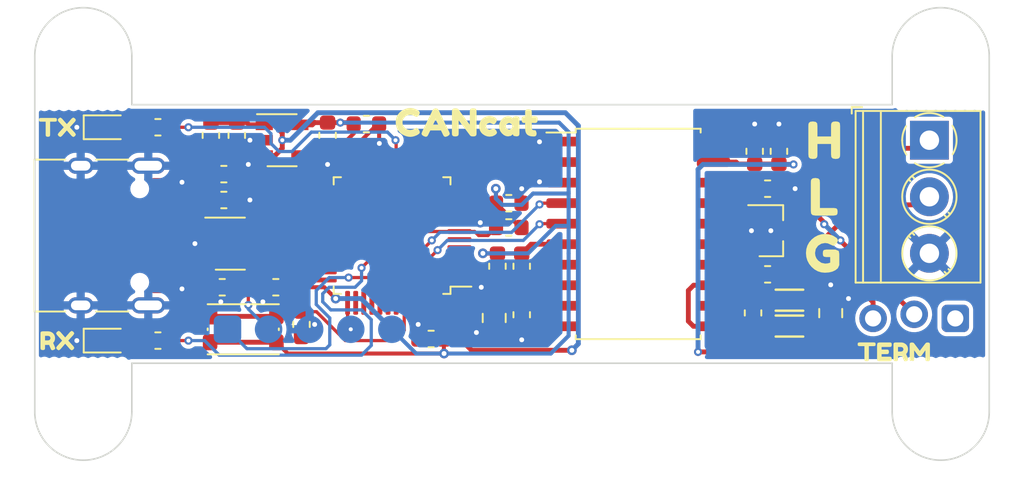
<source format=kicad_pcb>
(kicad_pcb (version 20210925) (generator pcbnew)
  (title_block (title "CANcat") (date "2021-04-17") (rev "0.1") (company "Josh Johnson"))
  (layers (0 "F.Cu" signal) (31 "B.Cu" signal) (34 "B.Paste" user) (35 "F.Paste" user) (36 "B.SilkS" user "B.Silkscreen") (37 "F.SilkS" user "F.Silkscreen") (38 "B.Mask" user) (39 "F.Mask" user) (44 "Edge.Cuts" user))
  (net 0 "")
  (net 1 "Net-(C1-Pad1)")
  (net 2 "GND")
  (net 3 "VBUS")
  (net 4 "+3V3")
  (net 5 "Net-(C11-Pad1)")
  (net 6 "GNDD")
  (net 7 "Net-(C10-Pad1)")
  (net 8 "Net-(C10-Pad2)")
  (net 9 "Net-(D1-Pad2)")
  (net 10 "Net-(D2-Pad2)")
  (net 11 "/CAN_H")
  (net 12 "/CAN_L")
  (net 13 "Net-(J1-PadA5)")
  (net 14 "Net-(J1-PadA6)")
  (net 15 "Net-(J1-PadA7)")
  (net 17 "Net-(J1-PadB5)")
  (net 19 "/nRST")
  (net 20 "/SWD_IO")
  (net 21 "/SWD_CLK")
  (net 22 "Net-(R3-Pad1)")
  (net 23 "/LED_TX")
  (net 24 "/LED_RX")
  (net 25 "/BOOT0")
  (net 27 "/USB_D+")
  (net 28 "/USB_D-")
  (net 29 "/CAN_RX")
  (net 30 "/CAN_TX")
  (net 63 "Net-(J3-Pad3)")
  (footprint "" (layer "F.Cu") (at 59.2 42)
    (fp_text reference "" hide)
    (fp_text value "")
  )
  (footprint "" (layer "F.Cu") (at 109.8 58)
    (fp_text reference "" hide)
    (fp_text value "")
  )
  (footprint "" (layer "F.Cu") (at 108.6 42)
    (fp_text reference "" hide)
    (fp_text value "")
  )
  (footprint "josh-connectors:3_PIN_THT_Staggered" (layer "F.Cu") (at 111.9 55.1 -90)
    (fp_text reference "J3" hide)
    (fp_text value "M20-9990346")
  )
  (footprint "MountingHole:MountingHole_3.2mm_M3" (layer "F.Cu") (at 58 39)
    (fp_text reference "H3" hide)
    (fp_text value "MountingHole")
  )
  (footprint "svg2mod" (layer "F.Cu") (at 103.7 51.2)
    (fp_text reference "svg2mod" hide)
    (fp_text value "G***" hide)
  )
  (footprint "" (layer "F.Cu") (at 56.8 58)
    (fp_text reference "" hide)
    (fp_text value "")
  )
  (footprint "" (layer "F.Cu") (at 112.2 42)
    (fp_text reference "" hide)
    (fp_text value "")
  )
  (footprint "" (layer "F.Cu") (at 109.2 42)
    (fp_text reference "" hide)
    (fp_text value "")
  )
  (footprint "" (layer "F.Cu") (at 60.4 42)
    (fp_text reference "" hide)
    (fp_text value "")
  )
  (footprint "Package_TO_SOT_SMD:SOT-23" (layer "F.Cu") (at 100.5 49.8)
    (fp_text reference "D3" hide)
    (fp_text value "ESDCAN24")
  )
  (footprint "svg2mod" (layer "F.Cu") (at 56.4 56.6)
    (fp_text reference "svg2mod" hide)
    (fp_text value "G***" hide)
  )
  (footprint "Package_TO_SOT_SMD:SOT-23-5" (layer "F.Cu") (at 70.2875 44.2)
    (fp_text reference "U1" hide)
    (fp_text value "AP2112K-3.3")
  )
  (footprint "Resistor_SMD:R_0603_1608Metric" (layer "F.Cu") (at 62.6125 56.6 180)
    (fp_text reference "R6" hide)
    (fp_text value "1K")
  )
  (footprint "" (layer "F.Cu") (at 57.4 42)
    (fp_text reference "" hide)
    (fp_text value "")
  )
  (footprint "LED_SMD:LED_0603_1608Metric" (layer "F.Cu") (at 59.5125 43.4)
    (fp_text reference "D1" hide)
    (fp_text value "LED")
  )
  (footprint "" (layer "F.Cu") (at 111.6 58)
    (fp_text reference "" hide)
    (fp_text value "")
  )
  (footprint "svg2mod" (layer "F.Cu") (at 56.4 43.4)
    (fp_text reference "svg2mod" hide)
    (fp_text value "G***" hide)
  )
  (footprint "svg2mod" (layer "F.Cu") (at 108.1 57.3)
    (fp_text reference "svg2mod" hide)
    (fp_text value "G***" hide)
  )
  (footprint "Capacitor_SMD:C_0603_1608Metric" (layer "F.Cu") (at 99.5 44.8875 90)
    (fp_text reference "C6" hide)
    (fp_text value "10n")
  )
  (footprint "" (layer "F.Cu") (at 56.2 58)
    (fp_text reference "" hide)
    (fp_text value "")
  )
  (footprint "MountingHole:MountingHole_3.2mm_M3" (layer "F.Cu") (at 58 61)
    (fp_text reference "H4" hide)
    (fp_text value "MountingHole")
  )
  (footprint "" (layer "F.Cu") (at 109.8 42)
    (fp_text reference "" hide)
    (fp_text value "")
  )
  (footprint "" (layer "F.Cu") (at 111.6 42)
    (fp_text reference "" hide)
    (fp_text value "")
  )
  (footprint "Capacitor_SMD:C_0603_1608Metric" (layer "F.Cu") (at 73.1 43.9 90)
    (fp_text reference "C3" hide)
    (fp_text value "1u")
  )
  (footprint "Capacitor_SMD:C_0603_1608Metric" (layer "F.Cu") (at 69.9 53.3 180)
    (fp_text reference "C15" hide)
    (fp_text value "100n")
  )
  (footprint "" (layer "F.Cu") (at 112.2 58)
    (fp_text reference "" hide)
    (fp_text value "")
  )
  (footprint "svg2mod" (layer "F.Cu") (at 103.8 44.2)
    (fp_text reference "svg2mod" hide)
    (fp_text value "G***" hide)
  )
  (footprint "" (layer "F.Cu") (at 59.8 42)
    (fp_text reference "" hide)
    (fp_text value "")
  )
  (footprint "" (layer "F.Cu") (at 56.2 42)
    (fp_text reference "" hide)
    (fp_text value "")
  )
  (footprint "" (layer "F.Cu") (at 111 58)
    (fp_text reference "" hide)
    (fp_text value "")
  )
  (footprint "" (layer "F.Cu") (at 59.8 58)
    (fp_text reference "" hide)
    (fp_text value "")
  )
  (footprint "" (layer "F.Cu") (at 58 58)
    (fp_text reference "" hide)
    (fp_text value "")
  )
  (footprint "" (layer "F.Cu") (at 58.6 58)
    (fp_text reference "" hide)
    (fp_text value "")
  )
  (footprint "Capacitor_SMD:C_0603_1608Metric" (layer "F.Cu") (at 99.4 54.8875 90)
    (fp_text reference "C10" hide)
    (fp_text value "100n")
  )
  (footprint "" (layer "F.Cu") (at 113.4 42)
    (fp_text reference "" hide)
    (fp_text value "")
  )
  (footprint "" (layer "F.Cu") (at 60.4 58)
    (fp_text reference "" hide)
    (fp_text value "")
  )
  (footprint "MountingHole:MountingHole_3.2mm_M3" (layer "F.Cu") (at 111 61)
    (fp_text reference "H2" hide)
    (fp_text value "MountingHole")
  )
  (footprint "" (layer "F.Cu") (at 110.4 42)
    (fp_text reference "" hide)
    (fp_text value "")
  )
  (footprint "Capacitor_SMD:C_0603_1608Metric" (layer "F.Cu") (at 101 44.8875 90)
    (fp_text reference "C7" hide)
    (fp_text value "100n")
  )
  (footprint "" (layer "F.Cu") (at 58 42)
    (fp_text reference "" hide)
    (fp_text value "")
  )
  (footprint "" (layer "F.Cu") (at 109.2 58)
    (fp_text reference "" hide)
    (fp_text value "")
  )
  (footprint "Package_TO_SOT_SMD:SOT-23-6" (layer "F.Cu") (at 67.0875 50.6)
    (fp_text reference "U2" hide)
    (fp_text value "USBLC6-2SC6")
  )
  (footprint "Resistor_SMD:R_0603_1608Metric" (layer "F.Cu") (at 71.4875 55.6 -90)
    (fp_text reference "R7" hide)
    (fp_text value "5K1")
  )
  (footprint "LED_SMD:LED_0603_1608Metric" (layer "F.Cu") (at 59.5125 56.6)
    (fp_text reference "D2" hide)
    (fp_text value "LED")
  )
  (footprint "Resistor_SMD:R_0603_1608Metric" (layer "F.Cu") (at 66.6875 47.9 180)
    (fp_text reference "R1" hide)
    (fp_text value "5K1")
  )
  (footprint "" (layer "F.Cu") (at 111 42)
    (fp_text reference "" hide)
    (fp_text value "")
  )
  (footprint "Capacitor_SMD:C_0603_1608Metric" (layer "F.Cu") (at 83.6 52 -90)
    (fp_text reference "C8" hide)
    (fp_text value "1u")
  )
  (footprint "Resistor_SMD:R_0603_1608Metric" (layer "F.Cu") (at 100.3 47.2)
    (fp_text reference "R3" hide)
    (fp_text value "0")
  )
  (footprint "" (layer "F.Cu") (at 55.6 58)
    (fp_text reference "" hide)
    (fp_text value "")
  )
  (footprint "Package_QFP:LQFP-48_7x7mm_P0.5mm" (layer "F.Cu") (at 77.0875 50.1 180)
    (fp_text reference "U4" hide)
    (fp_text value "STM32F072C8Tx")
  )
  (footprint "" (layer "F.Cu") (at 113.4 58)
    (fp_text reference "" hide)
    (fp_text value "")
  )
  (footprint "Capacitor_SMD:C_0603_1608Metric" (layer "F.Cu") (at 67.4875 43.9 90)
    (fp_text reference "C2" hide)
    (fp_text value "1u")
  )
  (footprint "Resistor_SMD:R_0603_1608Metric" (layer "F.Cu") (at 66.5875 53.3 180)
    (fp_text reference "R2" hide)
    (fp_text value "5K1")
  )
  (footprint "" (layer "F.Cu") (at 112.8 58)
    (fp_text reference "" hide)
    (fp_text value "")
  )
  (footprint "" (layer "F.Cu") (at 56.8 42)
    (fp_text reference "" hide)
    (fp_text value "")
  )
  (footprint "Package_SO:SOIC-20W_7.5x12.8mm_P1.27mm" (layer "F.Cu") (at 92.3 50)
    (fp_text reference "U3" hide)
    (fp_text value "ADM3053")
  )
  (footprint "Resistor_SMD:R_0603_1608Metric" (layer "F.Cu") (at 100.3 52.5)
    (fp_text reference "R8" hide)
    (fp_text value "120")
  )
  (footprint "" (layer "F.Cu") (at 108.6 58)
    (fp_text reference "" hide)
    (fp_text value "")
  )
  (footprint "Capacitor_SMD:C_0603_1608Metric" (layer "F.Cu") (at 75.5 43.2)
    (fp_text reference "C13" hide)
    (fp_text value "100n")
  )
  (footprint "" (layer "F.Cu") (at 55.6 42)
    (fp_text reference "" hide)
    (fp_text value "")
  )
  (footprint "Capacitor_SMD:C_0805_2012Metric" (layer "F.Cu") (at 83.4 55.2 -90)
    (fp_text reference "C4" hide)
    (fp_text value "10u")
  )
  (footprint "" (layer "F.Cu") (at 59.2 58)
    (fp_text reference "" hide)
    (fp_text value "")
  )
  (footprint "Resistor_SMD:R_0603_1608Metric" (layer "F.Cu") (at 62.6125 43.4 180)
    (fp_text reference "R5" hide)
    (fp_text value "1K")
  )
  (footprint "josh-connectors:USB_C_Receptacle_HRO_TYPE-C-31-M-12" (layer "F.Cu") (at 58.8875 50.1 -90)
    (fp_text reference "J1" hide)
    (fp_text value "USB_C_Receptacle_USB2.0")
  )
  (footprint "Resistor_SMD:R_0603_1608Metric" (layer "F.Cu") (at 84.3 49.6 180)
    (fp_text reference "R4" hide)
    (fp_text value "5K1")
  )
  (footprint "josh-connectors:TerminalBlock_393570003_1x03_P3.50mm_Horizontal" (layer "F.Cu") (at 110.3 44.2 -90)
    (fp_text reference "J2" hide)
    (fp_text value "0393570003")
  )
  (footprint "Capacitor_SMD:C_0603_1608Metric" (layer "F.Cu") (at 79.5 56.5 180)
    (fp_text reference "C12" hide)
    (fp_text value "100n")
  )
  (footprint "Capacitor_SMD:C_0603_1608Metric" (layer "F.Cu") (at 66.6875 46.3)
    (fp_text reference "C1" hide)
    (fp_text value "1u")
  )
  (footprint "Capacitor_SMD:C_0805_2012Metric" (layer "F.Cu") (at 104.2 54.9 90)
    (fp_text reference "C11" hide)
    (fp_text value "10u")
  )
  (footprint "Capacitor_SMD:C_0603_1608Metric" (layer "F.Cu") (at 84.3 48.1)
    (fp_text reference "C14" hide)
    (fp_text value "100n")
  )
  (footprint "josh-passives-smt:Fuse_0603_1608Metric" (layer "F.Cu") (at 65.8875 43.9 90)
    (fp_text reference "F1" hide)
    (fp_text value "500mA")
  )
  (footprint "" (layer "F.Cu") (at 58.6 42)
    (fp_text reference "" hide)
    (fp_text value "")
  )
  (footprint "" (layer "F.Cu") (at 57.4 58)
    (fp_text reference "" hide)
    (fp_text value "")
  )
  (footprint "Capacitor_SMD:C_0603_1608Metric" (layer "F.Cu") (at 85.1 55 -90)
    (fp_text reference "C5" hide)
    (fp_text value "100n")
  )
  (footprint "josh-passives-smt:Ferrite_Bead_0603" (layer "F.Cu") (at 101.7 55.7)
    (fp_text reference "FB1" hide)
    (fp_text value "600R" hide)
  )
  (footprint "svg2mod" (layer "F.Cu") (at 103.8 47.7)
    (fp_text reference "svg2mod" hide)
    (fp_text value "G***" hide)
  )
  (footprint "" (layer "F.Cu") (at 110.4 58)
    (fp_text reference "" hide)
    (fp_text value "")
  )
  (footprint "svg2mod" (layer "F.Cu") (at 81.7 43.1)
    (fp_text reference "svg2mod" hide)
    (fp_text value "G***" hide)
  )
  (footprint "MountingHole:MountingHole_3.2mm_M3" (layer "F.Cu") (at 111 39)
    (fp_text reference "H1" hide)
    (fp_text value "MountingHole")
  )
  (footprint "josh-passives-smt:Ferrite_Bead_0603" (layer "F.Cu") (at 101.7 54.1)
    (fp_text reference "FB2" hide)
    (fp_text value "600R" hide)
  )
  (footprint "Capacitor_SMD:C_0603_1608Metric" (layer "F.Cu") (at 85.1 52 -90)
    (fp_text reference "C9" hide)
    (fp_text value "100n")
  )
  (footprint "" (layer "F.Cu") (at 112.8 42)
    (fp_text reference "" hide)
    (fp_text value "")
  )
  (footprint "josh-buttons-switches:SW_Push_KMR2" (layer "F.Cu") (at 67.8875 55.9 180)
    (fp_text reference "SW1" hide)
    (fp_text value "KMR2")
  )
  (footprint "josh-connectors:5_PIN_SMD_PROG" (layer "B.Cu") (at 66.9125 55.9 -90)
    (fp_text reference "J4" hide)
    (fp_text value "SWD")
  )
  (gr_arc (start 58 61) (end 55 61) (angle -180) (layer "Edge.Cuts") (width 0.1))
  (gr_line (start 61 61) (end 61 58) (layer "Edge.Cuts") (width 0.1))
  (gr_line (start 55 61) (end 55 39) (layer "Edge.Cuts") (width 0.1))
  (gr_line (start 61 42) (end 61 39) (layer "Edge.Cuts") (width 0.1))
  (gr_line (start 108 58) (end 61 58) (layer "Edge.Cuts") (width 0.1))
  (gr_line (start 61 42) (end 108 42) (layer "Edge.Cuts") (width 0.1))
  (gr_arc (start 111 61) (end 108 61) (angle -180) (layer "Edge.Cuts") (width 0.1))
  (gr_line (start 108 39) (end 108 42) (layer "Edge.Cuts") (width 0.1))
  (gr_arc (start 58 39) (end 61 39) (angle -180) (layer "Edge.Cuts") (width 0.1))
  (gr_line (start 108 58) (end 108 61) (layer "Edge.Cuts") (width 0.1))
  (gr_line (start 114 39) (end 114 61) (layer "Edge.Cuts") (width 0.1))
  (gr_arc (start 111 39) (end 114 39) (angle -180) (layer "Edge.Cuts") (width 0.1))
  (segment (start 61.2 48.74669) (end 61.2 51.45331) (width 0.3) (layer "F.Cu") (net 1))
  (segment (start 67.3575 50.6) (end 67.1 50.3425) (width 0.3) (layer "F.Cu") (net 1))
  (segment (start 62.29669 47.65) (end 61.2 48.74669) (width 0.3) (layer "F.Cu") (net 1))
  (segment (start 62.9325 47.65) (end 62.29669 47.65) (width 0.3) (layer "F.Cu") (net 1))
  (segment (start 66.68798 47.08798) (end 65.9 46.3) (width 0.3) (layer "F.Cu") (net 1))
  (segment (start 62.29669 52.55) (end 62.9325 52.55) (width 0.3) (layer "F.Cu") (net 1))
  (segment (start 67.1 50.3425) (end 67.1 48.809716) (width 0.3) (layer "F.Cu") (net 1))
  (segment (start 61.2 51.45331) (end 62.29669 52.55) (width 0.3) (layer "F.Cu") (net 1))
  (segment (start 64.55 47.65) (end 65.9 46.3) (width 0.3) (layer "F.Cu") (net 1))
  (segment (start 66.68798 48.397696) (end 66.68798 47.08798) (width 0.3) (layer "F.Cu") (net 1))
  (segment (start 68.1875 50.6) (end 67.3575 50.6) (width 0.3) (layer "F.Cu") (net 1))
  (segment (start 65.9 44.7) (end 65.8875 44.6875) (width 0.3) (layer "F.Cu") (net 1))
  (segment (start 67.1 48.809716) (end 66.68798 48.397696) (width 0.3) (layer "F.Cu") (net 1))
  (segment (start 62.9325 47.65) (end 64.55 47.65) (width 0.3) (layer "F.Cu") (net 1))
  (segment (start 65.9 46.3) (end 65.9 44.7) (width 0.3) (layer "F.Cu") (net 1))
  (segment (start 62.9325 53.35) (end 64.05 53.35) (width 0.3) (layer "F.Cu") (net 2))
  (segment (start 85.9825 51.905) (end 85.1 52.7875) (width 0.3) (layer "F.Cu") (net 2))
  (segment (start 64.05 53.35) (end 64.1 53.4) (width 0.3) (layer "F.Cu") (net 2))
  (segment (start 71.5125 56.3875) (end 72.3 55.6) (width 0.25) (layer "F.Cu") (net 2))
  (segment (start 69.1875 44.2) (end 68.3 44.2) (width 0.3) (layer "F.Cu") (net 2))
  (segment (start 85.1 52.7875) (end 83.6 52.7875) (width 0.3) (layer "F.Cu") (net 2))
  (segment (start 62.9325 46.85) (end 64.05 46.85) (width 0.3) (layer "F.Cu") (net 2))
  (segment (start 81.25 49.35) (end 82.489472 49.35) (width 0.25) (layer "F.Cu") (net 2))
  (segment (start 67.6 46.3) (end 68.2 45.7) (width 0.3) (layer "F.Cu") (net 2))
  (segment (start 76.2875 43.2) (end 76.2 43.2) (width 0.25) (layer "F.Cu") (net 2))
  (segment (start 83.0875 53.3) (end 82.6 53.3) (width 0.3) (layer "F.Cu") (net 2))
  (segment (start 67.475 47.9) (end 68.3 47.9) (width 0.25) (layer "F.Cu") (net 2))
  (segment (start 83.4 56.1375) (end 84.1625 56.1375) (width 0.3) (layer "F.Cu") (net 2))
  (segment (start 72.925 52.35) (end 70.05 52.35) (width 0.25) (layer "F.Cu") (net 2))
  (segment (start 67.375 53.3) (end 67.375 53.325) (width 0.3) (layer "F.Cu") (net 2))
  (segment (start 87.65 44.285) (end 86.215 44.285) (width 0.3) (layer "F.Cu") (net 2))
  (segment (start 65.9875 50.6) (end 64.9 50.6) (width 0.3) (layer "F.Cu") (net 2))
  (segment (start 58.725 43.4) (end 57.6 43.4) (width 0.3) (layer "F.Cu") (net 2))
  (segment (start 78.7125 55.6125) (end 78.7 55.6) (width 0.3) (layer "F.Cu") (net 2))
  (segment (start 74.8375 44.5625) (end 74.8375 45.9375) (width 0.25) (layer "F.Cu") (net 2))
  (segment (start 79.3375 54.2625) (end 79.3375 55.875) (width 0.25) (layer "F.Cu") (net 2))
  (segment (start 87.65 55.715) (end 86.085 55.715) (width 0.3) (layer "F.Cu") (net 2))
  (segment (start 76.2875 43.2) (end 76.2875 44.3875) (width 0.25) (layer "F.Cu") (net 2))
  (segment (start 82.489472 49.35) (end 82.538972 49.3005) (width 0.25) (layer "F.Cu") (net 2))
  (segment (start 85.0875 47.2125) (end 85.1 47.2) (width 0.25) (layer "F.Cu") (net 2))
  (segment (start 83.6 52.7875) (end 83.0875 53.3) (width 0.3) (layer "F.Cu") (net 2))
  (segment (start 67.4875 44.6875) (end 67.975 44.2) (width 0.3) (layer "F.Cu") (net 2))
  (segment (start 58.725 56.6) (end 57.6 56.6) (width 0.3) (layer "F.Cu") (net 2))
  (segment (start 76.2875 44.3875) (end 76.3 44.4) (width 0.25) (layer "F.Cu") (net 2))
  (segment (start 73.1 44.6875) (end 73.1 45.7) (width 0.3) (layer "F.Cu") (net 2))
  (segment (start 67.375 53.325) (end 66.5 54.2) (width 0.3) (layer "F.Cu") (net 2))
  (segment (start 86.215 44.285) (end 86.2 44.3) (width 0.3) (layer "F.Cu") (net 2))
  (segment (start 79.3375 55.875) (end 78.7125 56.5) (width 0.25) (layer "F.Cu") (net 2))
  (segment (start 84.5125 55.7875) (end 85.1 55.7875) (width 0.3) (layer "F.Cu") (net 2))
  (segment (start 85.1 55.7875) (end 85.1 56.5505) (width 0.3) (layer "F.Cu") (net 2))
  (segment (start 69.1125 54.1875) (end 69.1 54.2) (width 0.25) (layer "F.Cu") (net 2))
  (segment (start 87.65 46.825) (end 86.2495 46.825) (width 0.3) (layer "F.Cu") (net 2))
  (segment (start 82.3375 56.1375) (end 82.3 56.1) (width 0.3) (layer "F.Cu") (net 2))
  (segment (start 86.2495 46.825) (end 86.2 46.7755) (width 0.3) (layer "F.Cu") (net 2))
  (segment (start 69.1125 53.3) (end 69.1125 54.1875) (width 0.25) (layer "F.Cu") (net 2))
  (segment (start 67.475 46.3) (end 67.6 46.3) (width 0.3) (layer "F.Cu") (net 2))
  (segment (start 84.1625 56.1375) (end 84.5125 55.7875) (width 0.3) (layer "F.Cu") (net 2))
  (segment (start 76.2 43.2) (end 74.8375 44.5625) (width 0.25) (layer "F.Cu") (net 2))
  (segment (start 69.1125 53.2875) (end 70.05 52.35) (width 0.25) (layer "F.Cu") (net 2))
  (segment (start 78.7125 56.5) (end 78.7125 55.6125) (width 0.3) (layer "F.Cu") (net 2))
  (segment (start 87.65 54.445) (end 86.455 54.445) (width 0.3) (layer "F.Cu") (net 2))
  (segment (start 86.085 55.715) (end 85.1725 55.715) (width 0.3) (layer "F.Cu") (net 2))
  (segment (start 64.05 46.85) (end 64.1 46.8) (width 0.3) (layer "F.Cu") (net 2))
  (segment (start 86.085 54.815) (end 86.085 55.715) (width 0.3) (layer "F.Cu") (net 2))
  (segment (start 71.4875 56.3875) (end 71.505 56.3875) (width 0.3) (layer "F.Cu") (net 2))
  (segment (start 85.0875 48.1) (end 85.0875 47.2125) (width 0.25) (layer "F.Cu") (net 2))
  (segment (start 67.975 44.2) (end 68.3 44.2) (width 0.3) (layer "F.Cu") (net 2))
  (segment (start 86.455 54.445) (end 86.085 54.815) (width 0.3) (layer "F.Cu") (net 2))
  (segment (start 83.4 56.1375) (end 82.3375 56.1375) (width 0.3) (layer "F.Cu") (net 2))
  (segment (start 71.4875 56.3875) (end 71.5125 56.3875) (width 0.25) (layer "F.Cu") (net 2))
  (segment (start 87.65 51.905) (end 85.9825 51.905) (width 0.3) (layer "F.Cu") (net 2))
  (via (at 64.1 53.4) (size 0.6) (drill 0.3) (layers "F.Cu" "B.Cu") (net 2))
  (via (at 64.9 50.6) (size 0.6) (drill 0.3) (layers "F.Cu" "B.Cu") (net 2))
  (via (at 86.2 44.3) (size 0.6) (drill 0.3) (layers "F.Cu" "B.Cu") (net 2))
  (via (at 85.1 56.5505) (size 0.6) (drill 0.3) (layers "F.Cu" "B.Cu") (net 2))
  (via (at 82.3 56.1) (size 0.6) (drill 0.3) (layers "F.Cu" "B.Cu") (net 2))
  (via (at 57.6 43.4) (size 0.6) (drill 0.3) (layers "F.Cu" "B.Cu") (net 2))
  (via (at 76.3 44.4) (size 0.6) (drill 0.3) (layers "F.Cu" "B.Cu") (net 2))
  (via (at 78.7 55.6) (size 0.6) (drill 0.3) (layers "F.Cu" "B.Cu") (net 2))
  (via (at 82.6 53.3) (size 0.6) (drill 0.3) (layers "F.Cu" "B.Cu") (net 2))
  (via (at 57.6 56.6) (size 0.6) (drill 0.3) (layers "F.Cu" "B.Cu") (net 2))
  (via (at 68.3 44.2) (size 0.6) (drill 0.3) (layers "F.Cu" "B.Cu") (net 2))
  (via (at 64.1 46.8) (size 0.6) (drill 0.3) (layers "F.Cu" "B.Cu") (net 2))
  (via (at 86.2 46.7755) (size 0.6) (drill 0.3) (layers "F.Cu" "B.Cu") (net 2))
  (via (at 73.1 45.7) (size 0.6) (drill 0.3) (layers "F.Cu" "B.Cu") (net 2))
  (via (at 68.2 45.7) (size 0.6) (drill 0.3) (layers "F.Cu" "B.Cu") (net 2))
  (via (at 85.1 47.2) (size 0.6) (drill 0.3) (layers "F.Cu" "B.Cu") (net 2))
  (via (at 72.3 55.6) (size 0.6) (drill 0.3) (layers "F.Cu" "B.Cu") (net 2))
  (via (at 68.3 47.9) (size 0.6) (drill 0.3) (layers "F.Cu" "B.Cu") (net 2))
  (via (at 82.538972 49.3005) (size 0.6) (drill 0.3) (layers "F.Cu" "B.Cu") (net 2))
  (via (at 69.1 54.2) (size 0.6) (drill 0.3) (layers "F.Cu" "B.Cu") (net 2))
  (via (at 66.5 54.2) (size 0.6) (drill 0.3) (layers "F.Cu" "B.Cu") (net 2))
  (segment (start 81.6 55.1) (end 81.6 56.8) (width 0.3) (layer "F.Cu") (net 3))
  (segment (start 82 57.2) (end 88.2 57.2) (width 0.3) (layer "F.Cu") (net 3))
  (segment (start 69.85 45.15) (end 70.3 44.7) (width 0.3) (layer "F.Cu") (net 3))
  (segment (start 68.1125 43.1125) (end 67.4875 43.1125) (width 0.3) (layer "F.Cu") (net 3))
  (segment (start 86.325 53.175) (end 87.65 53.175) (width 0.3) (layer "F.Cu") (net 3))
  (segment (start 70.3 43.758478) (end 69.791522 43.25) (width 0.3) (layer "F.Cu") (net 3))
  (segment (start 65.8875 43.1125) (end 67.4875 43.1125) (width 0.3) (layer "F.Cu") (net 3))
  (segment (start 83.4 54.2625) (end 82.4375 54.2625) (width 0.3) (layer "F.Cu") (net 3))
  (segment (start 69.791522 43.25) (end 69.1875 43.25) (width 0.3) (layer "F.Cu") (net 3))
  (segment (start 70.3 44.7) (end 70.3 44.2) (width 0.3) (layer "F.Cu") (net 3))
  (segment (start 69.1875 45.15) (end 69.85 45.15) (width 0.3) (layer "F.Cu") (net 3))
  (segment (start 81.6 56.8) (end 82 57.2) (width 0.3) (layer "F.Cu") (net 3))
  (segment (start 68.25 43.25) (end 68.1125 43.1125) (width 0.3) (layer "F.Cu") (net 3))
  (segment (start 82.4375 54.2625) (end 81.6 55.1) (width 0.3) (layer "F.Cu") (net 3))
  (segment (start 70.3 44.2) (end 70.3 43.758478) (width 0.3) (layer "F.Cu") (net 3))
  (segment (start 85.2875 54.2125) (end 86.325 53.175) (width 0.3) (layer "F.Cu") (net 3))
  (segment (start 69.1875 43.25) (end 68.25 43.25) (width 0.3) (layer "F.Cu") (net 3))
  (segment (start 85.1 54.2125) (end 83.45 54.2125) (width 0.3) (layer "F.Cu") (net 3))
  (via (at 70.3 44.2) (size 0.5) (drill 0.25) (layers "F.Cu" "B.Cu") (net 3))
  (via (at 88.2 57.2) (size 0.6) (drill 0.3) (layers "F.Cu" "B.Cu") (net 3))
  (segment (start 72.5 42.5) (end 87.8 42.5) (width 0.3) (layer "B.Cu") (net 3))
  (segment (start 70.3 44.2) (end 70.8 44.2) (width 0.3) (layer "B.Cu") (net 3))
  (segment (start 88.6 56.8) (end 88.2 57.2) (width 0.3) (layer "B.Cu") (net 3))
  (segment (start 87.8 42.5) (end 88.6 43.3) (width 0.3) (layer "B.Cu") (net 3))
  (segment (start 88.6 43.3) (end 88.6 56.8) (width 0.3) (layer "B.Cu") (net 3))
  (segment (start 70.8 44.2) (end 72.5 42.5) (width 0.3) (layer "B.Cu") (net 3))
  (segment (start 79.8375 54.2625) (end 79.8375 56.05) (width 0.25) (layer "F.Cu") (net 4))
  (segment (start 72.3 43.1) (end 72.3125 43.1125) (width 0.3) (layer "F.Cu") (net 4))
  (segment (start 72.925 52.85) (end 71.1375 52.85) (width 0.25) (layer "F.Cu") (net 4))
  (segment (start 69.9375 56.7) (end 70.6375 57.4) (width 0.25) (layer "F.Cu") (net 4))
  (segment (start 83.5125 48.1) (end 83.5125 47.2125) (width 0.25) (layer "F.Cu") (net 4))
  (segment (start 65.8375 56.7) (end 69.9375 56.7) (width 0.3) (layer "F.Cu") (net 4))
  (segment (start 73.8875 43.1125) (end 74.625 43.1125) (width 0.3) (layer "F.Cu") (net 4))
  (segment (start 79.8375 56.05) (end 80.2875 56.5) (width 0.25) (layer "F.Cu") (net 4))
  (segment (start 82.106293 48.85) (end 82.856293 48.1) (width 0.25) (layer "F.Cu") (net 4))
  (segment (start 83.6 51.2125) (end 82.7125 51.2125) (width 0.25) (layer "F.Cu") (net 4))
  (segment (start 74.3375 44.1625) (end 74.7125 43.7875) (width 0.25) (layer "F.Cu") (net 4))
  (segment (start 85.0125 49.6) (end 83.5125 48.1) (width 0.25) (layer "F.Cu") (net 4))
  (segment (start 73.1 43.1125) (end 73.8875 43.1125) (width 0.3) (layer "F.Cu") (net 4))
  (segment (start 85.0875 49.6) (end 85.0125 49.6) (width 0.25) (layer "F.Cu") (net 4))
  (segment (start 83.6 51.416821) (end 83.6 51.2125) (width 0.25) (layer "F.Cu") (net 4))
  (segment (start 82.856293 48.1) (end 83.5125 48.1) (width 0.25) (layer "F.Cu") (net 4))
  (segment (start 71.3875 43.25) (end 72.15 43.25) (width 0.3) (layer "F.Cu") (net 4))
  (segment (start 85.6775 50.635) (end 85.1 51.2125) (width 0.3) (layer "F.Cu") (net 4))
  (segment (start 83.5125 47.2125) (end 83.5 47.2) (width 0.25) (layer "F.Cu") (net 4))
  (segment (start 74.3375 45.9375) (end 74.3375 44.1625) (width 0.25) (layer "F.Cu") (net 4))
  (segment (start 81.25 52.85) (end 82.166821 52.85) (width 0.25) (layer "F.Cu") (net 4))
  (segment (start 72.9 53.3) (end 73.6 54) (width 0.25) (layer "F.Cu") (net 4))
  (segment (start 72.3125 43.1125) (end 73.1 43.1125) (width 0.3) (layer "F.Cu") (net 4))
  (segment (start 80.2875 56.5) (end 80.2875 57.3875) (width 0.25) (layer "F.Cu") (net 4))
  (segment (start 82.166821 52.85) (end 83.6 51.416821) (width 0.25) (layer "F.Cu") (net 4))
  (segment (start 81.25 48.85) (end 82.106293 48.85) (width 0.25) (layer "F.Cu") (net 4))
  (segment (start 80.2875 57.3875) (end 80.3 57.4) (width 0.25) (layer "F.Cu") (net 4))
  (segment (start 70.6875 53.3) (end 72.9 53.3) (width 0.25) (layer "F.Cu") (net 4))
  (segment (start 74.7125 43.7875) (end 74.7125 43.2) (width 0.25) (layer "F.Cu") (net 4))
  (segment (start 72.15 43.25) (end 72.3 43.1) (width 0.3) (layer "F.Cu") (net 4))
  (segment (start 83.6 51.2125) (end 85.1 51.2125) (width 0.25) (layer "F.Cu") (net 4))
  (segment (start 74.625 43.1125) (end 74.7125 43.2) (width 0.3) (layer "F.Cu") (net 4))
  (segment (start 82.7125 51.2125) (end 82.7 51.2) (width 0.25) (layer "F.Cu") (net 4))
  (segment (start 70.6375 57.4) (end 80.3 57.4) (width 0.25) (layer "F.Cu") (net 4))
  (segment (start 71.1375 52.85) (end 70.6875 53.3) (width 0.25) (layer "F.Cu") (net 4))
  (segment (start 87.65 50.635) (end 85.6775 50.635) (width 0.3) (layer "F.Cu") (net 4))
  (via (at 80.3 57.4) (size 0.6) (drill 0.3) (layers "F.Cu" "B.Cu") (net 4))
  (via (at 82.7 51.2) (size 0.6) (drill 0.3) (layers "F.Cu" "B.Cu") (net 4))
  (via (at 73.8875 43.1125) (size 0.5) (drill 0.25) (layers "F.Cu" "B.Cu") (net 4))
  (via (at 83.5 47.2) (size 0.6) (drill 0.3) (layers "F.Cu" "B.Cu") (net 4))
  (via (at 73.6 54) (size 0.6) (drill 0.3) (layers "F.Cu" "B.Cu") (net 4))
  (segment (start 87.4125 43.1125) (end 88 43.7) (width 0.25) (layer "B.Cu") (net 4))
  (segment (start 85.8 47.5) (end 88 47.5) (width 0.25) (layer "B.Cu") (net 4))
  (segment (start 73.8875 43.1125) (end 87.4125 43.1125) (width 0.25) (layer "B.Cu") (net 4))
  (segment (start 88 47.5) (end 88 48.4) (width 0.25) (layer "B.Cu") (net 4))
  (segment (start 86.9 57.4) (end 88 56.3) (width 0.25) (layer "B.Cu") (net 4))
  (segment (start 87.2 49.5) (end 88 49.5) (width 0.25) (layer "B.Cu") (net 4))
  (segment (start 83.5 47.2) (end 83.5 47.8) (width 0.25) (layer "B.Cu") (net 4))
  (segment (start 85.5 51.2) (end 87.2 49.5) (width 0.25) (layer "B.Cu") (net 4))
  (segment (start 77.0725 55.9) (end 75.1725 54) (width 0.3) (layer "B.Cu") (net 4))
  (segment (start 80.3 57.4) (end 78.5725 57.4) (width 0.25) (layer "B.Cu") (net 4))
  (segment (start 88 51.2) (end 88 49.5) (width 0.25) (layer "B.Cu") (net 4))
  (segment (start 83.5 47.8) (end 83.9 48.2) (width 0.25) (layer "B.Cu") (net 4))
  (segment (start 75.1725 54) (end 73.6 54) (width 0.3) (layer "B.Cu") (net 4))
  (segment (start 83.9 48.2) (end 85.1 48.2) (width 0.25) (layer "B.Cu") (net 4))
  (segment (start 80.3 57.4) (end 86.9 57.4) (width 0.25) (layer "B.Cu") (net 4))
  (segment (start 85.1 48.2) (end 85.8 47.5) (width 0.25) (layer "B.Cu") (net 4))
  (segment (start 88 56.3) (end 88 51.2) (width 0.25) (layer "B.Cu") (net 4))
  (segment (start 88 43.7) (end 88 47.4) (width 0.25) (layer "B.Cu") (net 4))
  (segment (start 78.5725 57.4) (end 77.0725 55.9) (width 0.25) (layer "B.Cu") (net 4))
  (segment (start 88 47.4) (end 88 47.5) (width 0.25) (layer "B.Cu") (net 4))
  (segment (start 82.7 51.2) (end 85.5 51.2) (width 0.25) (layer "B.Cu") (net 4))
  (segment (start 88 49.5) (end 88 48.4) (width 0.25) (layer "B.Cu") (net 4))
  (segment (start 96.95 45.555) (end 98.355 45.555) (width 0.3) (layer "F.Cu") (net 5))
  (segment (start 101 45.675) (end 99.5 45.675) (width 0.3) (layer "F.Cu") (net 5))
  (segment (start 102.5 55.7) (end 103.1 55.7) (width 0.3) (layer "F.Cu") (net 5))
  (segment (start 104.2 55.8375) (end 102.7375 57.3) (width 0.3) (layer "F.Cu") (net 5))
  (segment (start 101.9 45.7) (end 101.025 45.7) (width 0.3) (layer "F.Cu") (net 5))
  (segment (start 99.5 45.675) (end 98.475 45.675) (width 0.3) (layer "F.Cu") (net 5))
  (segment (start 103.1 55.7) (end 103.2375 55.8375) (width 0.3) (layer "F.Cu") (net 5))
  (segment (start 98.475 45.675) (end 98.355 45.555) (width 0.3) (layer "F.Cu") (net 5))
  (segment (start 101.025 45.7) (end 101 45.675) (width 0.3) (layer "F.Cu") (net 5))
  (segment (start 103.2375 55.8375) (end 104.2 55.8375) (width 0.3) (layer "F.Cu") (net 5))
  (segment (start 102.7375 57.3) (end 96 57.3) (width 0.3) (layer "F.Cu") (net 5))
  (via (at 96 57.3) (size 0.5) (drill 0.25) (layers "F.Cu" "B.Cu") (net 5))
  (via (at 101.9 45.7) (size 0.5) (drill 0.25) (layers "F.Cu" "B.Cu") (net 5))
  (segment (start 96 46) (end 96 57.3) (width 0.3) (layer "B.Cu") (net 5))
  (segment (start 101.9 45.7) (end 96.3 45.7) (width 0.3) (layer "B.Cu") (net 5))
  (segment (start 96.3 45.7) (end 96 46) (width 0.3) (layer "B.Cu") (net 5))
  (segment (start 103.2 54.1) (end 103.3375 53.9625) (width 0.3) (layer "F.Cu") (net 6))
  (segment (start 99.5 44.1) (end 101 44.1) (width 0.3) (layer "F.Cu") (net 6))
  (segment (start 102.5 54.1) (end 103.2 54.1) (width 0.3) (layer "F.Cu") (net 6))
  (segment (start 100.5 49.8) (end 98.9 49.8) (width 0.3) (layer "F.Cu") (net 6))
  (segment (start 105.2625 53.9625) (end 105.3 54) (width 0.3) (layer "F.Cu") (net 6))
  (segment (start 101.5 49.8) (end 100.5 49.8) (width 0.3) (layer "F.Cu") (net 6))
  (segment (start 98.6 44.1) (end 99.5 44.1) (width 0.3) (layer "F.Cu") (net 6))
  (segment (start 98.465 49.365) (end 96.95 49.365) (width 0.3) (layer "F.Cu") (net 6))
  (segment (start 98.415 44.285) (end 98.6 44.1) (width 0.3) (layer "F.Cu") (net 6))
  (segment (start 98.9 49.8) (end 98.465 49.365) (width 0.3) (layer "F.Cu") (net 6))
  (segment (start 104.2 53.9625) (end 105.2625 53.9625) (width 0.3) (layer "F.Cu") (net 6))
  (segment (start 96.95 44.285) (end 98.415 44.285) (width 0.3) (layer "F.Cu") (net 6))
  (segment (start 101.0875 47.2) (end 102 47.2) (width 0.3) (layer "F.Cu") (net 6))
  (segment (start 99.5 44.1) (end 99.5 43.2) (width 0.3) (layer "F.Cu") (net 6))
  (segment (start 101 44.1) (end 101 43.2) (width 0.3) (layer "F.Cu") (net 6))
  (segment (start 104.2 53.9625) (end 104.2 53.1495) (width 0.3) (layer "F.Cu") (net 6))
  (segment (start 103.3375 53.9625) (end 104.2 53.9625) (width 0.3) (layer "F.Cu") (net 6))
  (via (at 102 47.2) (size 0.6) (drill 0.3) (layers "F.Cu" "B.Cu") (net 6))
  (via (at 105.3 54) (size 0.6) (drill 0.3) (layers "F.Cu" "B.Cu") (net 6))
  (via (at 104.2 53.1495) (size 0.6) (drill 0.3) (layers "F.Cu" "B.Cu") (net 6))
  (via (at 101 43.2) (size 0.6) (drill 0.3) (layers "F.Cu" "B.Cu") (net 6))
  (via (at 99.5 43.2) (size 0.6) (drill 0.3) (layers "F.Cu" "B.Cu") (net 6))
  (via (at 99.3 49.8) (size 0.6) (drill 0.3) (layers "F.Cu" "B.Cu") (net 6))
  (via (at 100.5 49.8) (size 0.6) (drill 0.3) (layers "F.Cu" "B.Cu") (net 6))
  (segment (start 96.95 54.445) (end 98.17 54.445) (width 0.3) (layer "F.Cu") (net 7))
  (segment (start 99.4 55.675) (end 100.875 55.675) (width 0.3) (layer "F.Cu") (net 7))
  (segment (start 100.875 55.675) (end 100.9 55.7) (width 0.3) (layer "F.Cu") (net 7))
  (segment (start 98.17 54.445) (end 99.4 55.675) (width 0.3) (layer "F.Cu") (net 7))
  (segment (start 96.95 53.175) (end 98.475 53.175) (width 0.3) (layer "F.Cu") (net 8))
  (segment (start 100.9 54.1) (end 99.4 54.1) (width 0.3) (layer "F.Cu") (net 8))
  (segment (start 98.475 53.175) (end 99.4 54.1) (width 0.3) (layer "F.Cu") (net 8))
  (segment (start 95.725 53.175) (end 96.95 53.175) (width 0.3) (layer "F.Cu") (net 8))
  (segment (start 96.95 55.715) (end 95.715 55.715) (width 0.3) (layer "F.Cu") (net 8))
  (segment (start 95.4 55.4) (end 95.4 53.5) (width 0.3) (layer "F.Cu") (net 8))
  (segment (start 95.4 53.5) (end 95.725 53.175) (width 0.3) (layer "F.Cu") (net 8))
  (segment (start 95.715 55.715) (end 95.4 55.4) (width 0.3) (layer "F.Cu") (net 8))
  (segment (start 60.3 43.4) (end 61.825 43.4) (width 0.3) (layer "F.Cu") (net 9))
  (segment (start 60.3 56.6) (end 61.825 56.6) (width 0.3) (layer "F.Cu") (net 10))
  (segment (start 103.8 49.4) (end 103.8 49.3) (width 0.3) (layer "F.Cu") (net 11))
  (segment (start 103.15 48.85) (end 103.25 48.75) (width 0.3) (layer "F.Cu") (net 11))
  (segment (start 107.3 44.7) (end 110.3 44.7) (width 0.3) (layer "F.Cu") (net 11))
  (segment (start 98.745 48.095) (end 99.5 48.85) (width 0.3) (layer "F.Cu") (net 11))
  (segment (start 103.25 48.75) (end 107.3 44.7) (width 0.3) (layer "F.Cu") (net 11))
  (segment (start 96.95 48.095) (end 98.745 48.095) (width 0.3) (layer "F.Cu") (net 11))
  (segment (start 99.5 48.85) (end 103.15 48.85) (width 0.3) (layer "F.Cu") (net 11))
  (segment (start 103.8 49.3) (end 103.25 48.75) (width 0.3) (layer "F.Cu") (net 11))
  (segment (start 109.36 54.973) (end 104.8 50.413) (width 0.3) (layer "F.Cu") (net 11))
  (segment (start 104.8 50.413) (end 104.8 50.4) (width 0.3) (layer "F.Cu") (net 11))
  (via (at 103.8 49.4) (size 0.5) (drill 0.25) (layers "F.Cu" "B.Cu") (net 11))
  (via (at 104.8 50.4) (size 0.5) (drill 0.25) (layers "F.Cu" "B.Cu") (net 11))
  (segment (start 104.8 50.4) (end 103.8 49.4) (width 0.3) (layer "B.Cu") (net 11))
  (segment (start 105.9 48.2) (end 110.3 48.2) (width 0.3) (layer "F.Cu") (net 12))
  (segment (start 103.35 50.75) (end 105.9 48.2) (width 0.3) (layer "F.Cu") (net 12))
  (segment (start 99.5 52.4875) (end 99.5125 52.5) (width 0.3) (layer "F.Cu") (net 12))
  (segment (start 99.385 50.635) (end 99.5 50.75) (width 0.3) (layer "F.Cu") (net 12))
  (segment (start 96.95 50.635) (end 99.385 50.635) (width 0.3) (layer "F.Cu") (net 12))
  (segment (start 99.5 50.75) (end 103.35 50.75) (width 0.3) (layer "F.Cu") (net 12))
  (segment (start 99.5 50.75) (end 99.5 52.4875) (width 0.3) (layer "F.Cu") (net 12))
  (segment (start 64.95 48.85) (end 65.9 47.9) (width 0.2) (layer "F.Cu") (net 13))
  (segment (start 62.9325 48.85) (end 64.95 48.85) (width 0.2) (layer "F.Cu") (net 13))
  (segment (start 64.05 50.85) (end 62.9325 50.85) (width 0.2) (layer "F.Cu") (net 14))
  (segment (start 61.9 50) (end 61.9 50.7) (width 0.2) (layer "F.Cu") (net 14))
  (segment (start 64.75 51.55) (end 64.05 50.85) (width 0.2) (layer "F.Cu") (net 14))
  (segment (start 65.9875 51.55) (end 64.75 51.55) (width 0.2) (layer "F.Cu") (net 14))
  (segment (start 62.9325 49.85) (end 62.05 49.85) (width 0.2) (layer "F.Cu") (net 14))
  (segment (start 61.9 50.7) (end 62.05 50.85) (width 0.2) (layer "F.Cu") (net 14))
  (segment (start 62.05 49.85) (end 61.9 50) (width 0.2) (layer "F.Cu") (net 14))
  (segment (start 62.05 50.85) (end 62.9325 50.85) (width 0.2) (layer "F.Cu") (net 14))
  (segment (start 64 49.4) (end 63.95 49.35) (width 0.2) (layer "F.Cu") (net 15))
  (segment (start 62.9325 50.35) (end 63.75 50.35) (width 0.2) (layer "F.Cu") (net 15))
  (segment (start 64.55 49.65) (end 65.9875 49.65) (width 0.2) (layer "F.Cu") (net 15))
  (segment (start 63.75 50.35) (end 64 50.1) (width 0.2) (layer "F.Cu") (net 15))
  (segment (start 64.25 49.35) (end 64.55 49.65) (width 0.2) (layer "F.Cu") (net 15))
  (segment (start 62.9325 49.35) (end 63.95 49.35) (width 0.2) (layer "F.Cu") (net 15))
  (segment (start 63.95 49.35) (end 64.25 49.35) (width 0.2) (layer "F.Cu") (net 15))
  (segment (start 64 50.1) (end 64 49.4) (width 0.2) (layer "F.Cu") (net 15))
  (segment (start 62.9325 51.85) (end 64.35 51.85) (width 0.2) (layer "F.Cu") (net 17))
  (segment (start 64.35 51.85) (end 65.8 53.3) (width 0.2) (layer "F.Cu") (net 17))
  (segment (start 82.190751 49.85) (end 82.440751 50.1) (width 0.2) (layer "F.Cu") (net 19))
  (segment (start 79.15061 49.84939) (end 76.3 52.7) (width 0.2) (layer "F.Cu") (net 19))
  (segment (start 81.25 49.85) (end 81.24939 49.84939) (width 0.2) (layer "F.Cu") (net 19))
  (segment (start 81.25 49.85) (end 82.190751 49.85) (width 0.2) (layer "F.Cu") (net 19))
  (segment (start 83.0125 50.1) (end 83.5125 49.6) (width 0.2) (layer "F.Cu") (net 19))
  (segment (start 81.24939 49.84939) (end 79.15061 49.84939) (width 0.2) (layer "F.Cu") (net 19))
  (segment (start 82.440751 50.1) (end 83.0125 50.1) (width 0.2) (layer "F.Cu") (net 19))
  (segment (start 76.3 52.7) (end 74.4 52.7) (width 0.2) (layer "F.Cu") (net 19))
  (via (at 74.4 52.7) (size 0.5) (drill 0.25) (layers "F.Cu" "B.Cu") (net 19))
  (segment (start 72.40049 53.49951) (end 73.2 52.7) (width 0.2) (layer "B.Cu") (net 19))
  (segment (start 73 57.1) (end 73.234516 56.865484) (width 0.2) (layer "B.Cu") (net 19))
  (segment (start 73.234516 56.865484) (end 73.234516 55.19951) (width 0.2) (layer "B.Cu") (net 19))
  (segment (start 68.1125 57.1) (end 73 57.1) (width 0.2) (layer "B.Cu") (net 19))
  (segment (start 73.2 52.7) (end 74.4 52.7) (width 0.2) (layer "B.Cu") (net 19))
  (segment (start 72.40049 54.365484) (end 72.40049 53.49951) (width 0.2) (layer "B.Cu") (net 19))
  (segment (start 73.234516 55.19951) (end 72.40049 54.365484) (width 0.2) (layer "B.Cu") (net 19))
  (segment (start 66.9125 55.9) (end 68.1125 57.1) (width 0.2) (layer "B.Cu") (net 19))
  (segment (start 72.925 51.85) (end 69.55 51.85) (width 0.2) (layer "F.Cu") (net 20))
  (segment (start 68.3 52.6) (end 68.2 52.7) (width 0.2) (layer "F.Cu") (net 20))
  (segment (start 69.225489 52.174511) (end 68.725489 52.174511) (width 0.2) (layer "F.Cu") (net 20))
  (segment (start 69.55 51.85) (end 69.225489 52.174511) (width 0.2) (layer "F.Cu") (net 20))
  (segment (start 68.725489 52.174511) (end 68.3 52.6) (width 0.2) (layer "F.Cu") (net 20))
  (segment (start 68.2 52.7) (end 68.2 54.4) (width 0.2) (layer "F.Cu") (net 20))
  (via (at 68.2 54.4) (size 0.5) (drill 0.25) (layers "F.Cu" "B.Cu") (net 20))
  (segment (start 68.2 54.4) (end 68.2 54.6475) (width 0.2) (layer "B.Cu") (net 20))
  (segment (start 68.2 54.6475) (end 69.4525 55.9) (width 0.2) (layer "B.Cu") (net 20))
  (segment (start 74.3375 55.705) (end 74.5325 55.9) (width 0.2) (layer "F.Cu") (net 21))
  (segment (start 74.3375 54.2625) (end 74.3375 55.705) (width 0.2) (layer "F.Cu") (net 21))
  (via (at 74.5325 55.9) (size 0.5) (drill 0.25) (layers "F.Cu" "B.Cu") (net 21))
  (segment (start 96.95 46.825) (end 98.425 46.825) (width 0.3) (layer "F.Cu") (net 22))
  (segment (start 98.8 47.2) (end 99.5125 47.2) (width 0.3) (layer "F.Cu") (net 22))
  (segment (start 98.425 46.825) (end 98.8 47.2) (width 0.3) (layer "F.Cu") (net 22))
  (segment (start 77.3375 45.9375) (end 77.3375 44.2375) (width 0.2) (layer "F.Cu") (net 23))
  (segment (start 63.4 43.4) (end 64.5 43.4) (width 0.2) (layer "F.Cu") (net 23))
  (segment (start 77.3375 44.2375) (end 77.3 44.2) (width 0.2) (layer "F.Cu") (net 23))
  (via (at 64.5 43.4) (size 0.5) (drill 0.25) (layers "F.Cu" "B.Cu") (net 23))
  (via (at 77.3 44.2) (size 0.5) (drill 0.25) (layers "F.Cu" "B.Cu") (net 23))
  (segment (start 64.5 43.4) (end 69.2 43.4) (width 0.2) (layer "B.Cu") (net 23))
  (segment (start 69.6 44.4) (end 70.1 44.9) (width 0.2) (layer "B.Cu") (net 23))
  (segment (start 70.1 44.9) (end 70.9 44.9) (width 0.2) (layer "B.Cu") (net 23))
  (segment (start 76.8 43.7) (end 77.3 44.2) (width 0.2) (layer "B.Cu") (net 23))
  (segment (start 69.6 43.8) (end 69.6 44.4) (width 0.2) (layer "B.Cu") (net 23))
  (segment (start 72.1 43.7) (end 76.8 43.7) (width 0.2) (layer "B.Cu") (net 23))
  (segment (start 70.9 44.9) (end 72.1 43.7) (width 0.2) (layer "B.Cu") (net 23))
  (segment (start 69.2 43.4) (end 69.6 43.8) (width 0.2) (layer "B.Cu") (net 23))
  (segment (start 75.2 52.1) (end 76.8375 50.4625) (width 0.2) (layer "F.Cu") (net 24))
  (segment (start 76.8375 50.4625) (end 76.8375 45.9375) (width 0.2) (layer "F.Cu") (net 24))
  (segment (start 63.4 56.6) (end 64.5 56.6) (width 0.2) (layer "F.Cu") (net 24))
  (via (at 75.2 52.1) (size 0.5) (drill 0.25) (layers "F.Cu" "B.Cu") (net 24))
  (via (at 64.5 56.6) (size 0.5) (drill 0.25) (layers "F.Cu" "B.Cu") (net 24))
  (segment (start 73.3 54.7) (end 75.2 54.7) (width 0.2) (layer "B.Cu") (net 24))
  (segment (start 72.8 53.7) (end 72.8 54.2) (width 0.2) (layer "B.Cu") (net 24))
  (segment (start 66.4 57.5) (end 65.5 56.6) (width 0.2) (layer "B.Cu") (net 24))
  (segment (start 73.2 53.3) (end 72.8 53.7) (width 0.2) (layer "B.Cu") (net 24))
  (segment (start 75.2 52.9) (end 74.8 53.3) (width 0.2) (layer "B.Cu") (net 24))
  (segment (start 75.8 56.9) (end 75.2 57.5) (width 0.2) (layer "B.Cu") (net 24))
  (segment (start 75.2 54.7) (end 75.8 55.3) (width 0.2) (layer "B.Cu") (net 24))
  (segment (start 74.8 53.3) (end 73.2 53.3) (width 0.2) (layer "B.Cu") (net 24))
  (segment (start 65.5 56.6) (end 64.5 56.6) (width 0.2) (layer "B.Cu") (net 24))
  (segment (start 75.2 52.1) (end 75.2 52.9) (width 0.2) (layer "B.Cu") (net 24))
  (segment (start 75.2 57.5) (end 66.4 57.5) (width 0.2) (layer "B.Cu") (net 24))
  (segment (start 72.8 54.2) (end 73.3 54.7) (width 0.2) (layer "B.Cu") (net 24))
  (segment (start 75.8 55.3) (end 75.8 56.9) (width 0.2) (layer "B.Cu") (net 24))
  (segment (start 70.7875 54.8125) (end 70.5 55.1) (width 0.3) (layer "F.Cu") (net 25))
  (segment (start 70.5 55.1) (end 69.9375 55.1) (width 0.3) (layer "F.Cu") (net 25))
  (segment (start 72.4125 54.8125) (end 74.2 56.6) (width 0.2) (layer "F.Cu") (net 25))
  (segment (start 71.4875 54.8125) (end 72.4125 54.8125) (width 0.2) (layer "F.Cu") (net 25))
  (segment (start 71.4875 54.8125) (end 70.7875 54.8125) (width 0.3) (layer "F.Cu") (net 25))
  (segment (start 74.2 56.6) (end 77.2 56.6) (width 0.2) (layer "F.Cu") (net 25))
  (segment (start 77.8375 55.9625) (end 77.8375 54.2625) (width 0.2) (layer "F.Cu") (net 25))
  (segment (start 77.2 56.6) (end 77.8375 55.9625) (width 0.2) (layer "F.Cu") (net 25))
  (segment (start 69.9375 55.1) (end 65.8375 55.1) (width 0.3) (layer "F.Cu") (net 25))
  (segment (start 72.925 51.35) (end 70.4318 51.35) (width 0.2) (layer "F.Cu") (net 27))
  (segment (start 69.622887 50.9) (end 68.972887 51.55) (width 0.2) (layer "F.Cu") (net 27))
  (segment (start 70.4318 51.35) (end 69.9818 50.9) (width 0.2) (layer "F.Cu") (net 27))
  (segment (start 68.972887 51.55) (end 68.1875 51.55) (width 0.2) (layer "F.Cu") (net 27))
  (segment (start 69.9818 50.9) (end 69.622887 50.9) (width 0.2) (layer "F.Cu") (net 27))
  (segment (start 69.707501 50.375) (end 68.982501 49.65) (width 0.2) (layer "F.Cu") (net 28))
  (segment (start 72.925 50.85) (end 72.900001 50.874999) (width 0.2) (layer "F.Cu") (net 28))
  (segment (start 72.900001 50.874999) (end 70.593199 50.874999) (width 0.2) (layer "F.Cu") (net 28))
  (segment (start 68.982501 49.65) (end 68.1875 49.65) (width 0.2) (layer "F.Cu") (net 28))
  (segment (start 70.0932 50.375) (end 69.707501 50.375) (width 0.2) (layer "F.Cu") (net 28))
  (segment (start 70.593199 50.874999) (end 70.0932 50.375) (width 0.2) (layer "F.Cu") (net 28))
  (segment (start 78.3375 54.2625) (end 78.3375 51.603659) (width 0.2) (layer "F.Cu") (net 29))
  (segment (start 86.2795 48.095) (end 86.2 48.1745) (width 0.2) (layer "F.Cu") (net 29))
  (segment (start 87.65 48.095) (end 86.2795 48.095) (width 0.2) (layer "F.Cu") (net 29))
  (segment (start 78.3375 51.603659) (end 79.542268 50.398891) (width 0.2) (layer "F.Cu") (net 29))
  (via (at 79.542268 50.398891) (size 0.5) (drill 0.25) (layers "F.Cu" "B.Cu") (net 29))
  (via (at 86.2 48.1745) (size 0.5) (drill 0.25) (layers "F.Cu" "B.Cu") (net 29))
  (segment (start 84.4745 49.9) (end 80.041159 49.9) (width 0.2) (layer "B.Cu") (net 29))
  (segment (start 80.041159 49.9) (end 79.542268 50.398891) (width 0.2) (layer "B.Cu") (net 29))
  (segment (start 86.2 48.1745) (end 84.4745 49.9) (width 0.2) (layer "B.Cu") (net 29))
  (segment (start 78.8375 52.0625) (end 79.9 51) (width 0.2) (layer "F.Cu") (net 30))
  (segment (start 87.65 49.365) (end 86.235 49.365) (width 0.2) (layer "F.Cu") (net 30))
  (segment (start 78.8375 54.2625) (end 78.8375 52.0625) (width 0.2) (layer "F.Cu") (net 30))
  (segment (start 86.235 49.365) (end 86.2 49.4) (width 0.2) (layer "F.Cu") (net 30))
  (via (at 79.9 51) (size 0.5) (drill 0.25) (layers "F.Cu" "B.Cu") (net 30))
  (via (at 86.2 49.4) (size 0.5) (drill 0.25) (layers "F.Cu" "B.Cu") (net 30))
  (segment (start 80.5 50.4) (end 79.9 51) (width 0.2) (layer "B.Cu") (net 30))
  (segment (start 85.2 50.4) (end 80.5 50.4) (width 0.2) (layer "B.Cu") (net 30))
  (segment (start 86.2 49.4) (end 85.2 50.4) (width 0.2) (layer "B.Cu") (net 30))
  (segment (start 106.82 54.22) (end 105.1 52.5) (width 0.3) (layer "F.Cu") (net 63))
  (segment (start 105.1 52.5) (end 101.0875 52.5) (width 0.3) (layer "F.Cu") (net 63))
  (segment (start 106.82 55.427) (end 106.82 54.22) (width 0.3) (layer "F.Cu") (net 63))
  (zone (net 6) (net_name "GNDD") (layer "B.Cu") (connect_pads (clearance 0.254)) (min_thickness 0.254) (fill yes (thermal_gap 0.508) (thermal_bridge_width 0.508))
    (polygon (pts (xy 114 58) (xy 95.7 58) (xy 95.7 42) (xy 114 42)))
  )
  (zone (net 2) (net_name "GND") (layer "B.Cu") (connect_pads (clearance 0.254)) (min_thickness 0.254) (fill yes (thermal_gap 0.3) (thermal_bridge_width 0.508))
    (polygon (pts (xy 88.9 58) (xy 55 58) (xy 55 42) (xy 88.9 42)))
  )
)
</source>
